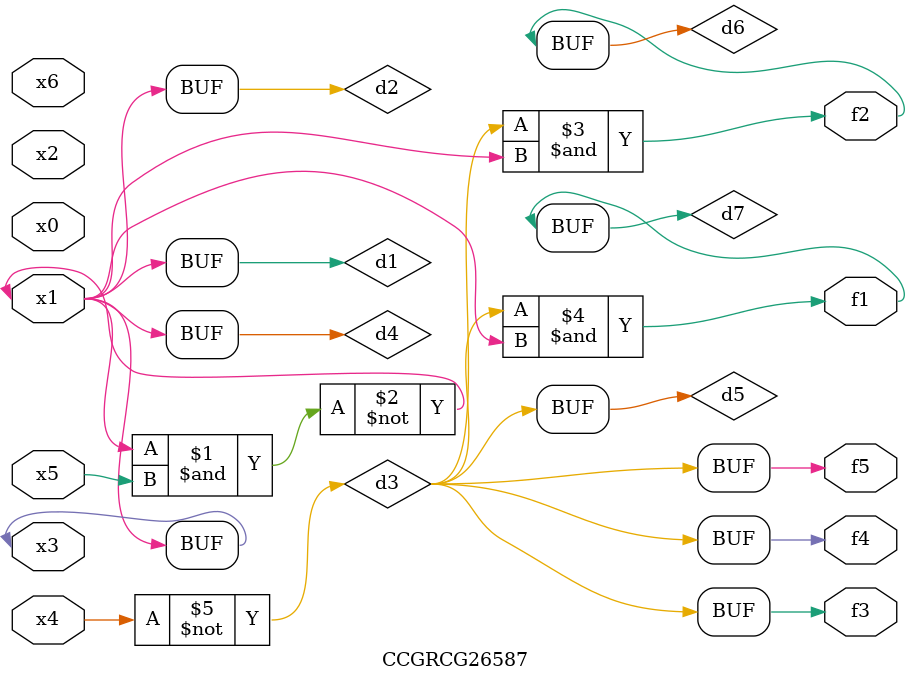
<source format=v>
module CCGRCG26587(
	input x0, x1, x2, x3, x4, x5, x6,
	output f1, f2, f3, f4, f5
);

	wire d1, d2, d3, d4, d5, d6, d7;

	buf (d1, x1, x3);
	nand (d2, x1, x5);
	not (d3, x4);
	buf (d4, d1, d2);
	buf (d5, d3);
	and (d6, d3, d4);
	and (d7, d3, d4);
	assign f1 = d7;
	assign f2 = d6;
	assign f3 = d5;
	assign f4 = d5;
	assign f5 = d5;
endmodule

</source>
